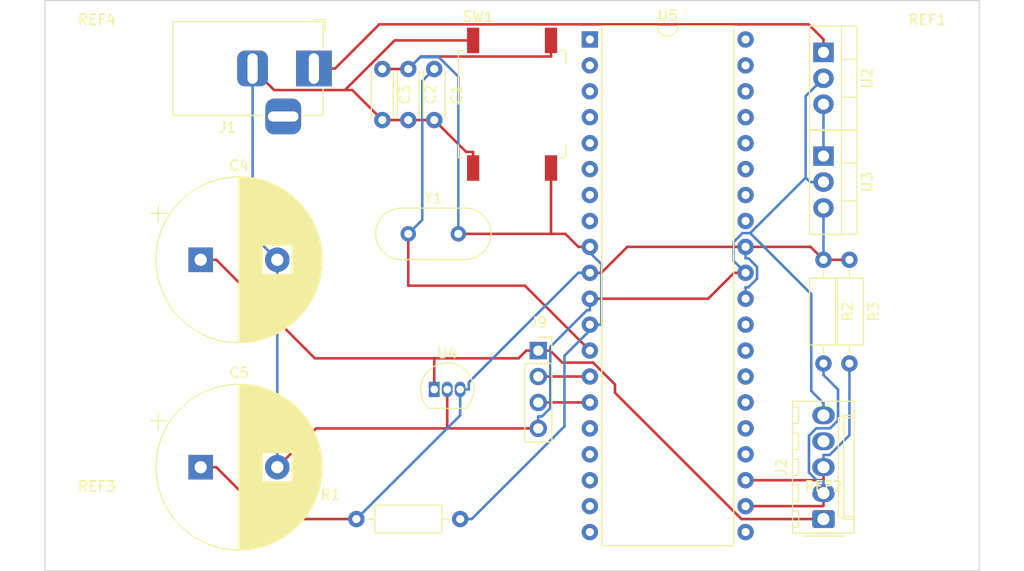
<source format=kicad_pcb>
(kicad_pcb (version 20211014) (generator pcbnew)
  (layers (0 "F.Cu" signal) (31 "B.Cu" signal) (34 "B.Paste" user) (35 "F.Paste" user) (36 "B.SilkS" user "B.Silkscreen") (37 "F.SilkS" user "F.Silkscreen") (38 "B.Mask" user) (39 "F.Mask" user) (44 "Edge.Cuts" user))
  (net 0 "")
  (net 1 "Net-(C1-Pad1)")
  (net 2 "/Atmega32/GND")
  (net 3 "Net-(C2-Pad1)")
  (net 4 "/Power Supply/3.3V")
  (net 5 "/Atmega32/5V")
  (net 6 "/Power Supply/12V")
  (net 7 "/Atmega32/SCL")
  (net 8 "/Atmega32/SDA")
  (net 10 "/Atmega32/Rx")
  (net 11 "/Atmega32/Tx")
  (net 12 "Net-(U2-Pad3)")
  (net 13 "/Atmega32/B0")
  (net 14 "/Atmega32/CE")
  (net 15 "/Atmega32/IRQ")
  (net 16 "/Atmega32/B3")
  (net 17 "/Atmega32/CSN")
  (net 18 "/Atmega32/MOSI")
  (net 19 "/Atmega32/MISO")
  (net 20 "/Atmega32/SCK")
  (net 23 "/Atmega32/D4")
  (net 24 "/Atmega32/D5")
  (net 25 "/Atmega32/D6")
  (net 28 "/Atmega32/C3")
  (net 29 "/Atmega32/C4")
  (net 30 "/Atmega32/C5")
  (net 31 "/Atmega32/C6")
  (net 32 "/Atmega32/C7")
  (net 33 "/Atmega32/A7")
  (net 34 "/Atmega32/A6")
  (net 35 "/Atmega32/A5")
  (net 36 "/Atmega32/A4")
  (net 37 "/Atmega32/A3")
  (net 38 "/Atmega32/A2")
  (net 39 "/Atmega32/A1")
  (net 40 "/Atmega32/A0")
  (footprint "Capacitor_THT:C_Disc_D4.3mm_W1.9mm_P5.00mm" (layer "F.Cu") (at 101.6 67.67 -90)
    (fp_text reference "C3" (at 2.5 -2.2 90) (layer "F.SilkS"))
    (fp_text value "10uF")
    (pad "1" thru_hole circle (at 0 0 270) (size 1.6 1.6) (drill 0.8) (layers *.Cu *.Mask) (net 3 "Net-(C2-Pad1)"))
    (pad "2" thru_hole circle (at 5 0 270) (size 1.6 1.6) (drill 0.8) (layers *.Cu *.Mask) (net 2 "/Atmega32/GND"))
  )
  (footprint "MountingHole:MountingHole_2.2mm_M2" (layer "F.Cu") (at 154.94 66.04)
    (fp_text reference "REF1" (at 0 -3.2) (layer "F.SilkS"))
    (fp_text value "MountingHole_2.2mm_M2")
    (pad "" np_thru_hole circle (at 0 0) (size 2.2 2.2) (drill 2.2) (layers *.Cu *.Mask))
  )
  (footprint "Package_TO_SOT_THT:TO-220-3_Vertical" (layer "F.Cu") (at 144.78 66.04 -90)
    (fp_text reference "U2" (at 2.54 -4.27 90) (layer "F.SilkS"))
    (fp_text value "L7809")
    (pad "1" thru_hole rect (at 0 0 270) (size 1.905 2) (drill 1.1) (layers *.Cu *.Mask) (net 6 "/Power Supply/12V"))
    (pad "2" thru_hole oval (at 2.54 0 270) (size 1.905 2) (drill 1.1) (layers *.Cu *.Mask) (net 2 "/Atmega32/GND"))
    (pad "3" thru_hole oval (at 5.08 0 270) (size 1.905 2) (drill 1.1) (layers *.Cu *.Mask) (net 12 "Net-(U2-Pad3)"))
  )
  (footprint "MountingHole:MountingHole_2.2mm_M2" (layer "F.Cu") (at 73.66 111.76)
    (fp_text reference "REF3" (at 0 -3.2) (layer "F.SilkS"))
    (fp_text value "MountingHole_2.2mm_M2")
    (pad "" np_thru_hole circle (at 0 0) (size 2.2 2.2) (drill 2.2) (layers *.Cu *.Mask))
  )
  (footprint "Package_TO_SOT_THT:TO-92_Inline" (layer "F.Cu") (at 106.68 99.06)
    (fp_text reference "U4" (at 1.27 -3.56) (layer "F.SilkS"))
    (fp_text value "L78L33_TO92")
    (pad "1" thru_hole rect (at 0 0) (size 1.05 1.5) (drill 0.75) (layers *.Cu *.Mask) (net 4 "/Power Supply/3.3V"))
    (pad "2" thru_hole oval (at 1.27 0) (size 1.05 1.5) (drill 0.75) (layers *.Cu *.Mask) (net 2 "/Atmega32/GND"))
    (pad "3" thru_hole oval (at 2.54 0) (size 1.05 1.5) (drill 0.75) (layers *.Cu *.Mask) (net 5 "/Atmega32/5V"))
  )
  (footprint "Resistor_THT:R_Axial_DIN0207_L6.3mm_D2.5mm_P10.16mm_Horizontal" (layer "F.Cu") (at 147.32 86.36 -90)
    (fp_text reference "R3" (at 5.08 -2.37 90) (layer "F.SilkS"))
    (fp_text value "4.7k")
    (pad "1" thru_hole circle (at 0 0 270) (size 1.6 1.6) (drill 0.8) (layers *.Cu *.Mask) (net 5 "/Atmega32/5V"))
    (pad "2" thru_hole oval (at 10.16 0 270) (size 1.6 1.6) (drill 0.8) (layers *.Cu *.Mask) (net 8 "/Atmega32/SDA"))
  )
  (footprint "MountingHole:MountingHole_2.2mm_M2" (layer "F.Cu") (at 154.94 111.76)
    (fp_text reference "REF2" (at -10.16 -3.2) (layer "F.SilkS"))
    (fp_text value "MountingHole_2.2mm_M2")
    (pad "" np_thru_hole circle (at 0 0) (size 2.2 2.2) (drill 2.2) (layers *.Cu *.Mask))
  )
  (footprint "Capacitor_THT:CP_Radial_D16.0mm_P7.50mm" (layer "F.Cu") (at 83.82 106.68)
    (fp_text reference "C5" (at 3.75 -9.25) (layer "F.SilkS"))
    (fp_text value "470uF")
    (pad "1" thru_hole rect (at 0 0) (size 2.4 2.4) (drill 1.2) (layers *.Cu *.Mask) (net 5 "/Atmega32/5V"))
    (pad "2" thru_hole circle (at 7.5 0) (size 2.4 2.4) (drill 1.2) (layers *.Cu *.Mask) (net 2 "/Atmega32/GND"))
  )
  (footprint "Resistor_THT:R_Axial_DIN0207_L6.3mm_D2.5mm_P10.16mm_Horizontal" (layer "F.Cu") (at 144.78 86.36 -90)
    (fp_text reference "R2" (at 5.08 -2.37 90) (layer "F.SilkS"))
    (fp_text value "4.7k")
    (pad "1" thru_hole circle (at 0 0 270) (size 1.6 1.6) (drill 0.8) (layers *.Cu *.Mask) (net 5 "/Atmega32/5V"))
    (pad "2" thru_hole oval (at 10.16 0 270) (size 1.6 1.6) (drill 0.8) (layers *.Cu *.Mask) (net 7 "/Atmega32/SCL"))
  )
  (footprint "MountingHole:MountingHole_2.2mm_M2" (layer "F.Cu") (at 73.66 66.04)
    (fp_text reference "REF4" (at 0 -3.2) (layer "F.SilkS"))
    (fp_text value "MountingHole_2.2mm_M2")
    (pad "" np_thru_hole circle (at 0 0) (size 2.2 2.2) (drill 2.2) (layers *.Cu *.Mask))
  )
  (footprint "Connector_PinSocket_2.54mm:PinSocket_1x04_P2.54mm_Vertical" (layer "F.Cu") (at 116.865 95.26)
    (fp_text reference "J9" (at 0 -2.77) (layer "F.SilkS"))
    (fp_text value "GPS Module")
    (pad "1" thru_hole rect (at 0 0) (size 1.7 1.7) (drill 1) (layers *.Cu *.Mask) (net 4 "/Power Supply/3.3V"))
    (pad "2" thru_hole oval (at 0 2.54) (size 1.7 1.7) (drill 1) (layers *.Cu *.Mask) (net 10 "/Atmega32/Rx"))
    (pad "3" thru_hole oval (at 0 5.08) (size 1.7 1.7) (drill 1) (layers *.Cu *.Mask) (net 11 "/Atmega32/Tx"))
    (pad "4" thru_hole oval (at 0 7.62) (size 1.7 1.7) (drill 1) (layers *.Cu *.Mask) (net 2 "/Atmega32/GND"))
  )
  (footprint "Button_Switch_SMD:SW_MEC_5GSH9" (layer "F.Cu") (at 114.3 71.12)
    (fp_text reference "SW1" (at -3.325 -8.575 180) (layer "F.SilkS"))
    (fp_text value "Reset Button")
    (pad "1" smd rect (at -3.81 -6.25 90) (size 2.5 1.2) (layers "F.Cu" "F.Paste" "F.Mask") (net 2 "/Atmega32/GND"))
    (pad "2" smd rect (at -3.81 6.25 90) (size 2.5 1.2) (layers "F.Cu" "F.Paste" "F.Mask") (net 2 "/Atmega32/GND"))
    (pad "3" smd rect (at 3.81 -6.25 90) (size 2.5 1.2) (layers "F.Cu" "F.Paste" "F.Mask") (net 3 "Net-(C2-Pad1)"))
    (pad "4" smd rect (at 3.81 6.25 90) (size 2.5 1.2) (layers "F.Cu" "F.Paste" "F.Mask") (net 3 "Net-(C2-Pad1)"))
  )
  (footprint "Connector_Molex:Molex_KK-254_AE-6410-05A_1x05_P2.54mm_Vertical" (layer "F.Cu") (at 144.78 111.76 90)
    (fp_text reference "J2" (at 5.08 -4.12 90) (layer "F.SilkS"))
    (fp_text value "HMC5883L")
    (pad "1" thru_hole roundrect (at 0 0 90) (size 1.74 2.19) (drill 1.19) (layers *.Cu *.Mask) (roundrect_rratio 0.1436781609) (net 4 "/Power Supply/3.3V"))
    (pad "2" thru_hole oval (at 2.54 0 90) (size 1.74 2.19) (drill 1.19) (layers *.Cu *.Mask) (net 7 "/Atmega32/SCL"))
    (pad "3" thru_hole oval (at 5.08 0 90) (size 1.74 2.19) (drill 1.19) (layers *.Cu *.Mask) (net 8 "/Atmega32/SDA"))
    (pad "4" thru_hole oval (at 7.62 0 90) (size 1.74 2.19) (drill 1.19) (layers *.Cu *.Mask))
    (pad "5" thru_hole oval (at 10.16 0 90) (size 1.74 2.19) (drill 1.19) (layers *.Cu *.Mask) (net 2 "/Atmega32/GND"))
  )
  (footprint "Package_DIP:DIP-40_W15.24mm" (layer "F.Cu") (at 121.915 64.775)
    (fp_text reference "U5" (at 7.62 -2.33) (layer "F.SilkS"))
    (fp_text value "ATmega32-16P")
    (pad "1" thru_hole rect (at 0 0) (size 1.6 1.6) (drill 0.8) (layers *.Cu *.Mask) (net 13 "/Atmega32/B0"))
    (pad "2" thru_hole oval (at 0 2.54) (size 1.6 1.6) (drill 0.8) (layers *.Cu *.Mask) (net 14 "/Atmega32/CE"))
    (pad "3" thru_hole oval (at 0 5.08) (size 1.6 1.6) (drill 0.8) (layers *.Cu *.Mask) (net 15 "/Atmega32/IRQ"))
    (pad "4" thru_hole oval (at 0 7.62) (size 1.6 1.6) (drill 0.8) (layers *.Cu *.Mask) (net 16 "/Atmega32/B3"))
    (pad "5" thru_hole oval (at 0 10.16) (size 1.6 1.6) (drill 0.8) (layers *.Cu *.Mask) (net 17 "/Atmega32/CSN"))
    (pad "6" thru_hole oval (at 0 12.7) (size 1.6 1.6) (drill 0.8) (layers *.Cu *.Mask) (net 18 "/Atmega32/MOSI"))
    (pad "7" thru_hole oval (at 0 15.24) (size 1.6 1.6) (drill 0.8) (layers *.Cu *.Mask) (net 19 "/Atmega32/MISO"))
    (pad "8" thru_hole oval (at 0 17.78) (size 1.6 1.6) (drill 0.8) (layers *.Cu *.Mask) (net 20 "/Atmega32/SCK"))
    (pad "9" thru_hole oval (at 0 20.32) (size 1.6 1.6) (drill 0.8) (layers *.Cu *.Mask) (net 3 "Net-(C2-Pad1)"))
    (pad "10" thru_hole oval (at 0 22.86) (size 1.6 1.6) (drill 0.8) (layers *.Cu *.Mask) (net 5 "/Atmega32/5V"))
    (pad "11" thru_hole oval (at 0 25.4) (size 1.6 1.6) (drill 0.8) (layers *.Cu *.Mask) (net 2 "/Atmega32/GND"))
    (pad "12" thru_hole oval (at 0 27.94) (size 1.6 1.6) (drill 0.8) (layers *.Cu *.Mask) (net 3 "Net-(C2-Pad1)"))
    (pad "13" thru_hole oval (at 0 30.48) (size 1.6 1.6) (drill 0.8) (layers *.Cu *.Mask) (net 1 "Net-(C1-Pad1)"))
    (pad "14" thru_hole oval (at 0 33.02) (size 1.6 1.6) (drill 0.8) (layers *.Cu *.Mask) (net 10 "/Atmega32/Rx"))
    (pad "15" thru_hole oval (at 0 35.56) (size 1.6 1.6) (drill 0.8) (layers *.Cu *.Mask) (net 11 "/Atmega32/Tx"))
    (pad "16" thru_hole oval (at 0 38.1) (size 1.6 1.6) (drill 0.8) (layers *.Cu *.Mask))
    (pad "17" thru_hole oval (at 0 40.64) (size 1.6 1.6) (drill 0.8) (layers *.Cu *.Mask))
    (pad "18" thru_hole oval (at 0 43.18) (size 1.6 1.6) (drill 0.8) (layers *.Cu *.Mask) (net 23 "/Atmega32/D4"))
    (pad "19" thru_hole oval (at 0 45.72) (size 1.6 1.6) (drill 0.8) (layers *.Cu *.Mask) (net 24 "/Atmega32/D5"))
    (pad "20" thru_hole oval (at 0 48.26) (size 1.6 1.6) (drill 0.8) (layers *.Cu *.Mask) (net 25 "/Atmega32/D6"))
    (pad "21" thru_hole oval (at 15.24 48.26) (size 1.6 1.6) (drill 0.8) (layers *.Cu *.Mask))
    (pad "22" thru_hole oval (at 15.24 45.72) (size 1.6 1.6) (drill 0.8) (layers *.Cu *.Mask) (net 7 "/Atmega32/SCL"))
    (pad "23" thru_hole oval (at 15.24 43.18) (size 1.6 1.6) (drill 0.8) (layers *.Cu *.Mask) (net 8 "/Atmega32/SDA"))
    (pad "24" thru_hole oval (at 15.24 40.64) (size 1.6 1.6) (drill 0.8) (layers *.Cu *.Mask))
    (pad "25" thru_hole oval (at 15.24 38.1) (size 1.6 1.6) (drill 0.8) (layers *.Cu *.Mask) (net 28 "/Atmega32/C3"))
    (pad "26" thru_hole oval (at 15.24 35.56) (size 1.6 1.6) (drill 0.8) (layers *.Cu *.Mask) (net 29 "/Atmega32/C4"))
    (pad "27" thru_hole oval (at 15.24 33.02) (size 1.6 1.6) (drill 0.8) (layers *.Cu *.Mask) (net 30 "/Atmega32/C5"))
    (pad "28" thru_hole oval (at 15.24 30.48) (size 1.6 1.6) (drill 0.8) (layers *.Cu *.Mask) (net 31 "/Atmega32/C6"))
    (pad "29" thru_hole oval (at 15.24 27.94) (size 1.6 1.6) (drill 0.8) (layers *.Cu *.Mask) (net 32 "/Atmega32/C7"))
    (pad "30" thru_hole oval (at 15.24 25.4) (size 1.6 1.6) (drill 0.8) (layers *.Cu *.Mask) (net 5 "/Atmega32/5V"))
    (pad "31" thru_hole oval (at 15.24 22.86) (size 1.6 1.6) (drill 0.8) (layers *.Cu *.Mask) (net 2 "/Atmega32/GND"))
    (pad "32" thru_hole oval (at 15.24 20.32) (size 1.6 1.6) (drill 0.8) (layers *.Cu *.Mask) (net 5 "/Atmega32/5V"))
    (pad "33" thru_hole oval (at 15.24 17.78) (size 1.6 1.6) (drill 0.8) (layers *.Cu *.Mask) (net 33 "/Atmega32/A7"))
    (pad "34" thru_hole oval (at 15.24 15.24) (size 1.6 1.6) (drill 0.8) (layers *.Cu *.Mask) (net 34 "/Atmega32/A6"))
    (pad "35" thru_hole oval (at 15.24 12.7) (size 1.6 1.6) (drill 0.8) (layers *.Cu *.Mask) (net 35 "/Atmega32/A5"))
    (pad "36" thru_hole oval (at 15.24 10.16) (size 1.6 1.6) (drill 0.8) (layers *.Cu *.Mask) (net 36 "/Atmega32/A4"))
    (pad "37" thru_hole oval (at 15.24 7.62) (size 1.6 1.6) (drill 0.8) (layers *.Cu *.Mask) (net 37 "/Atmega32/A3"))
    (pad "38" thru_hole oval (at 15.24 5.08) (size 1.6 1.6) (drill 0.8) (layers *.Cu *.Mask) (net 38 "/Atmega32/A2"))
    (pad "39" thru_hole oval (at 15.24 2.54) (size 1.6 1.6) (drill 0.8) (layers *.Cu *.Mask) (net 39 "/Atmega32/A1"))
    (pad "40" thru_hole oval (at 15.24 0) (size 1.6 1.6) (drill 0.8) (layers *.Cu *.Mask) (net 40 "/Atmega32/A0"))
  )
  (footprint "Capacitor_THT:CP_Radial_D16.0mm_P7.50mm" (layer "F.Cu") (at 83.82 86.36)
    (fp_text reference "C4" (at 3.75 -9.25) (layer "F.SilkS"))
    (fp_text value "470uF")
    (pad "1" thru_hole rect (at 0 0) (size 2.4 2.4) (drill 1.2) (layers *.Cu *.Mask) (net 4 "/Power Supply/3.3V"))
    (pad "2" thru_hole circle (at 7.5 0) (size 2.4 2.4) (drill 1.2) (layers *.Cu *.Mask) (net 2 "/Atmega32/GND"))
  )
  (footprint "Package_TO_SOT_THT:TO-220-3_Vertical" (layer "F.Cu") (at 144.78 76.2 -90)
    (fp_text reference "U3" (at 2.54 -4.27 90) (layer "F.SilkS"))
    (fp_text value "L7805")
    (pad "1" thru_hole rect (at 0 0 270) (size 1.905 2) (drill 1.1) (layers *.Cu *.Mask) (net 12 "Net-(U2-Pad3)"))
    (pad "2" thru_hole oval (at 2.54 0 270) (size 1.905 2) (drill 1.1) (layers *.Cu *.Mask) (net 2 "/Atmega32/GND"))
    (pad "3" thru_hole oval (at 5.08 0 270) (size 1.905 2) (drill 1.1) (layers *.Cu *.Mask) (net 5 "/Atmega32/5V"))
  )
  (footprint "Resistor_THT:R_Axial_DIN0207_L6.3mm_D2.5mm_P10.16mm_Horizontal" (layer "F.Cu") (at 99.06 111.76)
    (fp_text reference "R1" (at -2.54 -2.37) (layer "F.SilkS"))
    (fp_text value "10k")
    (pad "1" thru_hole circle (at 0 0) (size 1.6 1.6) (drill 0.8) (layers *.Cu *.Mask) (net 5 "/Atmega32/5V"))
    (pad "2" thru_hole oval (at 10.16 0) (size 1.6 1.6) (drill 0.8) (layers *.Cu *.Mask) (net 3 "Net-(C2-Pad1)"))
  )
  (footprint "Connector_BarrelJack:BarrelJack_Horizontal" (layer "F.Cu") (at 94.9 67.6225)
    (fp_text reference "J1" (at -8.45 5.75) (layer "F.SilkS"))
    (fp_text value "Barrel_Jack")
    (pad "1" thru_hole rect (at 0 0) (size 3.5 3.5) (drill oval 1 3) (layers *.Cu *.Mask) (net 6 "/Power Supply/12V"))
    (pad "2" thru_hole roundrect (at -6 0) (size 3 3.5) (drill oval 1 3) (layers *.Cu *.Mask) (net 2 "/Atmega32/GND"))
    (pad "3" thru_hole roundrect (at -3 4.7) (size 3.5 3.5) (drill oval 3 1) (layers *.Cu *.Mask))
  )
  (footprint "Capacitor_THT:C_Disc_D4.3mm_W1.9mm_P5.00mm" (layer "F.Cu") (at 104.14 67.67 -90)
    (fp_text reference "C2" (at 2.5 -2.2 90) (layer "F.SilkS"))
    (fp_text value "22pF")
    (pad "1" thru_hole circle (at 0 0 270) (size 1.6 1.6) (drill 0.8) (layers *.Cu *.Mask) (net 3 "Net-(C2-Pad1)"))
    (pad "2" thru_hole circle (at 5 0 270) (size 1.6 1.6) (drill 0.8) (layers *.Cu *.Mask) (net 2 "/Atmega32/GND"))
  )
  (footprint "Crystal:Crystal_HC18-U_Vertical" (layer "F.Cu") (at 104.14 83.82)
    (fp_text reference "Y1" (at 2.45 -3.525) (layer "F.SilkS"))
    (fp_text value "Crystal")
    (pad "1" thru_hole circle (at 0 0) (size 1.5 1.5) (drill 0.8) (layers *.Cu *.Mask) (net 1 "Net-(C1-Pad1)"))
    (pad "2" thru_hole circle (at 4.9 0) (size 1.5 1.5) (drill 0.8) (layers *.Cu *.Mask) (net 3 "Net-(C2-Pad1)"))
  )
  (footprint "Capacitor_THT:C_Disc_D4.3mm_W1.9mm_P5.00mm" (layer "F.Cu") (at 106.68 67.67 -90)
    (fp_text reference "C1" (at 2.5 -2.2 90) (layer "F.SilkS"))
    (fp_text value "22pF")
    (pad "1" thru_hole circle (at 0 0 270) (size 1.6 1.6) (drill 0.8) (layers *.Cu *.Mask) (net 1 "Net-(C1-Pad1)"))
    (pad "2" thru_hole circle (at 5 0 270) (size 1.6 1.6) (drill 0.8) (layers *.Cu *.Mask) (net 2 "/Atmega32/GND"))
  )
  (gr_line (start 68.58 60.96) (end 68.58 116.84) (layer "Edge.Cuts") (width 0.1))
  (gr_line (start 68.58 116.84) (end 160.02 116.84) (layer "Edge.Cuts") (width 0.1))
  (gr_line (start 160.02 116.84) (end 160.02 60.96) (layer "Edge.Cuts") (width 0.1))
  (gr_line (start 68.58 116.84) (end 160.02 116.84) (layer "Edge.Cuts") (width 0.1))
  (gr_line (start 160.02 60.96) (end 68.58 60.96) (layer "Edge.Cuts") (width 0.1))
  (segment (start 104.14 88.9) (end 104.14 83.82) (width 0.25) (layer "F.Cu") (net 1))
  (segment (start 121.915 95.255) (end 115.56 88.9) (width 0.25) (layer "F.Cu") (net 1))
  (segment (start 115.56 88.9) (end 104.14 88.9) (width 0.25) (layer "F.Cu") (net 1))
  (segment (start 106.68 67.67) (end 105.5097 68.8403) (width 0.25) (layer "B.Cu") (net 1))
  (segment (start 105.5097 68.8403) (end 105.5097 82.4503) (width 0.25) (layer "B.Cu") (net 1))
  (segment (start 105.5097 82.4503) (end 104.14 83.82) (width 0.25) (layer "B.Cu") (net 1))
  (segment (start 104.14 72.67) (end 101.6 72.67) (width 0.25) (layer "F.Cu") (net 2))
  (segment (start 107.95 99.06) (end 107.95 100.1353) (width 0.25) (layer "F.Cu") (net 2))
  (segment (start 137.155 87.635) (end 136.0297 87.635) (width 0.25) (layer "F.Cu") (net 2))
  (segment (start 116.865 102.88) (end 107.95 102.88) (width 0.25) (layer "F.Cu") (net 2))
  (segment (start 109.8047 75.7947) (end 110.49 75.7947) (width 0.25) (layer "F.Cu") (net 2))
  (segment (start 95.12 102.88) (end 91.32 106.68) (width 0.25) (layer "F.Cu") (net 2))
  (segment (start 136.0297 87.635) (end 133.4897 90.175) (width 0.25) (layer "F.Cu") (net 2))
  (segment (start 110.49 77.37) (end 110.49 75.7947) (width 0.25) (layer "F.Cu") (net 2))
  (segment (start 104.14 72.67) (end 106.68 72.67) (width 0.25) (layer "F.Cu") (net 2))
  (segment (start 133.4897 90.175) (end 121.915 90.175) (width 0.25) (layer "F.Cu") (net 2))
  (segment (start 106.68 72.67) (end 109.8047 75.7947) (width 0.25) (layer "F.Cu") (net 2))
  (segment (start 107.95 102.88) (end 95.12 102.88) (width 0.25) (layer "F.Cu") (net 2))
  (segment (start 97.9376 69.7355) (end 91.013 69.7355) (width 0.25) (layer "F.Cu") (net 2))
  (segment (start 98.3016 69.3715) (end 97.9376 69.7355) (width 0.25) (layer "F.Cu") (net 2))
  (segment (start 91.013 69.7355) (end 88.9 67.6225) (width 0.25) (layer "F.Cu") (net 2))
  (segment (start 98.3016 69.3715) (end 102.8031 64.87) (width 0.25) (layer "F.Cu") (net 2))
  (segment (start 102.8031 64.87) (end 110.49 64.87) (width 0.25) (layer "F.Cu") (net 2))
  (segment (start 98.6655 69.7355) (end 101.6 72.67) (width 0.25) (layer "F.Cu") (net 2))
  (segment (start 97.9376 69.7355) (end 98.6655 69.7355) (width 0.25) (layer "F.Cu") (net 2))
  (segment (start 107.95 102.88) (end 107.95 100.1353) (width 0.25) (layer "F.Cu") (net 2))
  (segment (start 118.0403 100.8968) (end 117.2324 101.7047) (width 0.25) (layer "B.Cu") (net 2))
  (segment (start 135.9902 84.6114) (end 136.855 83.7466) (width 0.25) (layer "B.Cu") (net 2))
  (segment (start 135.9902 86.4702) (end 135.9902 84.6114) (width 0.25) (layer "B.Cu") (net 2))
  (segment (start 91.32 106.68) (end 91.32 86.36) (width 0.25) (layer "B.Cu") (net 2))
  (segment (start 88.9 67.6225) (end 88.9 83.94) (width 0.25) (layer "B.Cu") (net 2))
  (segment (start 143.0341 78.3194) (end 143.0341 70.3259) (width 0.25) (layer "B.Cu") (net 2))
  (segment (start 144.78 100.4047) (end 143.5847 99.2094) (width 0.25) (layer "B.Cu") (net 2))
  (segment (start 118.0403 94.8936) (end 118.0403 100.8968) (width 0.25) (layer "B.Cu") (net 2))
  (segment (start 144.78 78.74) (end 143.4547 78.74) (width 0.25) (layer "B.Cu") (net 2))
  (segment (start 143.4547 78.74) (end 143.0341 78.3194) (width 0.25) (layer "B.Cu") (net 2))
  (segment (start 143.5847 89.7244) (end 137.6069 83.7466) (width 0.25) (layer "B.Cu") (net 2))
  (segment (start 144.78 101.6) (end 144.78 100.4047) (width 0.25) (layer "B.Cu") (net 2))
  (segment (start 116.865 102.88) (end 116.865 101.7047) (width 0.25) (layer "B.Cu") (net 2))
  (segment (start 117.2324 101.7047) (end 116.865 101.7047) (width 0.25) (layer "B.Cu") (net 2))
  (segment (start 121.6336 91.3003) (end 118.0403 94.8936) (width 0.25) (layer "B.Cu") (net 2))
  (segment (start 136.855 83.7466) (end 137.6069 83.7466) (width 0.25) (layer "B.Cu") (net 2))
  (segment (start 88.9 83.94) (end 91.32 86.36) (width 0.25) (layer "B.Cu") (net 2))
  (segment (start 143.0341 70.3259) (end 144.78 68.58) (width 0.25) (layer "B.Cu") (net 2))
  (segment (start 121.915 90.175) (end 121.915 91.3003) (width 0.25) (layer "B.Cu") (net 2))
  (segment (start 121.915 91.3003) (end 121.6336 91.3003) (width 0.25) (layer "B.Cu") (net 2))
  (segment (start 143.5847 99.2094) (end 143.5847 89.7244) (width 0.25) (layer "B.Cu") (net 2))
  (segment (start 137.155 87.635) (end 135.9902 86.4702) (width 0.25) (layer "B.Cu") (net 2))
  (segment (start 137.6069 83.7466) (end 143.0341 78.3194) (width 0.25) (layer "B.Cu") (net 2))
  (segment (start 118.11 83.82) (end 118.11 77.37) (width 0.25) (layer "F.Cu") (net 3))
  (segment (start 121.915 85.095) (end 120.7897 85.095) (width 0.25) (layer "F.Cu") (net 3))
  (segment (start 104.14 67.67) (end 101.6 67.67) (width 0.25) (layer "F.Cu") (net 3))
  (segment (start 109.04 83.82) (end 118.11 83.82) (width 0.25) (layer "F.Cu") (net 3))
  (segment (start 119.5147 83.82) (end 120.7897 85.095) (width 0.25) (layer "F.Cu") (net 3))
  (segment (start 105.3647 66.4453) (end 104.14 67.67) (width 0.25) (layer "F.Cu") (net 3))
  (segment (start 118.11 64.87) (end 118.11 66.4453) (width 0.25) (layer "F.Cu") (net 3))
  (segment (start 118.11 66.4453) (end 105.3647 66.4453) (width 0.25) (layer "F.Cu") (net 3))
  (segment (start 118.11 83.82) (end 119.5147 83.82) (width 0.25) (layer "F.Cu") (net 3))
  (segment (start 105.2998 66.5102) (end 104.14 67.67) (width 0.25) (layer "B.Cu") (net 3))
  (segment (start 121.915 92.715) (end 122.4777 92.715) (width 0.25) (layer "B.Cu") (net 3))
  (segment (start 121.915 85.095) (end 121.915 85.6576) (width 0.25) (layer "B.Cu") (net 3))
  (segment (start 123.0403 86.7829) (end 123.0403 92.715) (width 0.25) (layer "B.Cu") (net 3))
  (segment (start 107.1315 66.5102) (end 105.2998 66.5102) (width 0.25) (layer "B.Cu") (net 3))
  (segment (start 121.915 85.6576) (end 123.0403 86.7829) (width 0.25) (layer "B.Cu") (net 3))
  (segment (start 109.04 68.4187) (end 107.1315 66.5102) (width 0.25) (layer "B.Cu") (net 3))
  (segment (start 109.22 111.76) (end 110.3453 111.76) (width 0.25) (layer "B.Cu") (net 3))
  (segment (start 119.4279 95.7648) (end 119.4279 102.6774) (width 0.25) (layer "B.Cu") (net 3))
  (segment (start 109.04 83.82) (end 109.04 68.4187) (width 0.25) (layer "B.Cu") (net 3))
  (segment (start 122.4777 92.715) (end 123.0403 92.715) (width 0.25) (layer "B.Cu") (net 3))
  (segment (start 119.4279 102.6774) (end 110.3453 111.76) (width 0.25) (layer "B.Cu") (net 3))
  (segment (start 122.4777 92.715) (end 119.4279 95.7648) (width 0.25) (layer "B.Cu") (net 3))
  (segment (start 119.2156 96.4353) (end 118.0403 95.26) (width 0.25) (layer "F.Cu") (net 4))
  (segment (start 85.3453 86.36) (end 94.9963 96.011) (width 0.25) (layer "F.Cu") (net 4))
  (segment (start 122.2301 96.4353) (end 119.2156 96.4353) (width 0.25) (layer "F.Cu") (net 4))
  (segment (start 117.4527 95.26) (end 116.865 95.26) (width 0.25) (layer "F.Cu") (net 4))
  (segment (start 117.4527 95.26) (end 118.0403 95.26) (width 0.25) (layer "F.Cu") (net 4))
  (segment (start 106.68 99.06) (end 106.68 97.9847) (width 0.25) (layer "F.Cu") (net 4))
  (segment (start 124.3748 99.3867) (end 124.3748 98.58) (width 0.25) (layer "F.Cu") (net 4))
  (segment (start 124.3748 98.58) (end 122.2301 96.4353) (width 0.25) (layer "F.Cu") (net 4))
  (segment (start 114.9387 96.011) (end 115.6897 95.26) (width 0.25) (layer "F.Cu") (net 4))
  (segment (start 136.7481 111.76) (end 124.3748 99.3867) (width 0.25) (layer "F.Cu") (net 4))
  (segment (start 106.68 96.011) (end 106.68 97.9847) (width 0.25) (layer "F.Cu") (net 4))
  (segment (start 116.865 95.26) (end 115.6897 95.26) (width 0.25) (layer "F.Cu") (net 4))
  (segment (start 106.68 96.011) (end 114.9387 96.011) (width 0.25) (layer "F.Cu") (net 4))
  (segment (start 83.82 86.36) (end 85.3453 86.36) (width 0.25) (layer "F.Cu") (net 4))
  (segment (start 144.78 111.76) (end 136.7481 111.76) (width 0.25) (layer "F.Cu") (net 4))
  (segment (start 94.9963 96.011) (end 106.68 96.011) (width 0.25) (layer "F.Cu") (net 4))
  (segment (start 90.4253 111.76) (end 85.3453 106.68) (width 0.25) (layer "F.Cu") (net 5))
  (segment (start 137.155 85.095) (end 143.515 85.095) (width 0.25) (layer "F.Cu") (net 5))
  (segment (start 99.06 111.76) (end 90.4253 111.76) (width 0.25) (layer "F.Cu") (net 5))
  (segment (start 143.515 85.095) (end 144.78 86.36) (width 0.25) (layer "F.Cu") (net 5))
  (segment (start 144.78 86.36) (end 147.32 86.36) (width 0.25) (layer "F.Cu") (net 5))
  (segment (start 122.2524 87.635) (end 123.0403 87.635) (width 0.25) (layer "F.Cu") (net 5))
  (segment (start 122.2524 87.635) (end 121.915 87.635) (width 0.25) (layer "F.Cu") (net 5))
  (segment (start 83.82 106.68) (end 85.3453 106.68) (width 0.25) (layer "F.Cu") (net 5))
  (segment (start 123.0403 87.635) (end 125.5803 85.095) (width 0.25) (layer "F.Cu") (net 5))
  (segment (start 125.5803 85.095) (end 137.155 85.095) (width 0.25) (layer "F.Cu") (net 5))
  (segment (start 144.78 81.28) (end 144.78 86.36) (width 0.25) (layer "B.Cu") (net 5))
  (segment (start 138.2803 87.0643) (end 138.2803 88.2058) (width 0.25) (layer "B.Cu") (net 5))
  (segment (start 138.2803 88.2058) (end 137.4364 89.0497) (width 0.25) (layer "B.Cu") (net 5))
  (segment (start 137.4363 86.2203) (end 138.2803 87.0643) (width 0.25) (layer "B.Cu") (net 5))
  (segment (start 137.155 85.095) (end 137.155 86.2203) (width 0.25) (layer "B.Cu") (net 5))
  (segment (start 99.06 111.76) (end 109.22 101.6) (width 0.25) (layer "B.Cu") (net 5))
  (segment (start 109.22 99.06) (end 110.0703 99.06) (width 0.25) (layer "B.Cu") (net 5))
  (segment (start 121.915 87.635) (end 120.7897 87.635) (width 0.25) (layer "B.Cu") (net 5))
  (segment (start 110.0703 99.06) (end 110.0703 98.3544) (width 0.25) (layer "B.Cu") (net 5))
  (segment (start 137.4364 89.0497) (end 137.155 89.0497) (width 0.25) (layer "B.Cu") (net 5))
  (segment (start 110.0703 98.3544) (end 120.7897 87.635) (width 0.25) (layer "B.Cu") (net 5))
  (segment (start 137.155 90.175) (end 137.155 89.0497) (width 0.25) (layer "B.Cu") (net 5))
  (segment (start 109.22 101.6) (end 109.22 99.06) (width 0.25) (layer "B.Cu") (net 5))
  (segment (start 137.155 86.2203) (end 137.4363 86.2203) (width 0.25) (layer "B.Cu") (net 5))
  (segment (start 144.78 64.7622) (end 143.3124 63.2946) (width 0.25) (layer "F.Cu") (net 6))
  (segment (start 144.78 66.04) (end 144.78 64.7622) (width 0.25) (layer "F.Cu") (net 6))
  (segment (start 94.9 67.6225) (end 96.9753 67.6225) (width 0.25) (layer "F.Cu") (net 6))
  (segment (start 143.3124 63.2946) (end 101.3032 63.2946) (width 0.25) (layer "F.Cu") (net 6))
  (segment (start 101.3032 63.2946) (end 96.9753 67.6225) (width 0.25) (layer "F.Cu") (net 6))
  (segment (start 137.155 110.495) (end 144.7003 110.495) (width 0.25) (layer "F.Cu") (net 7))
  (segment (start 144.7003 110.495) (end 144.78 110.4153) (width 0.25) (layer "F.Cu") (net 7))
  (segment (start 144.78 109.22) (end 144.78 110.4153) (width 0.25) (layer "F.Cu") (net 7))
  (segment (start 143.3596 103.588) (end 144.0776 102.87) (width 0.25) (layer "B.Cu") (net 7))
  (segment (start 145.4301 102.87) (end 146.2054 102.0947) (width 0.25) (layer "B.Cu") (net 7))
  (segment (start 144.78 96.52) (end 144.78 97.6453) (width 0.25) (layer "B.Cu") (net 7))
  (segment (start 144.0776 102.87) (end 145.4301 102.87) (width 0.25) (layer "B.Cu") (net 7))
  (segment (start 146.2054 99.0707) (end 144.78 97.6453) (width 0.25) (layer "B.Cu") (net 7))
  (segment (start 144.78 108.0247) (end 144.1823 108.0247) (width 0.25) (layer "B.Cu") (net 7))
  (segment (start 144.78 109.22) (end 144.78 108.0247) (width 0.25) (layer "B.Cu") (net 7))
  (segment (start 144.1823 108.0247) (end 143.3596 107.202) (width 0.25) (layer "B.Cu") (net 7))
  (segment (start 143.3596 107.202) (end 143.3596 103.588) (width 0.25) (layer "B.Cu") (net 7))
  (segment (start 146.2054 102.0947) (end 146.2054 99.0707) (width 0.25) (layer "B.Cu") (net 7))
  (segment (start 144.7003 107.955) (end 144.78 107.8753) (width 0.25) (layer "F.Cu") (net 8))
  (segment (start 137.155 107.955) (end 144.7003 107.955) (width 0.25) (layer "F.Cu") (net 8))
  (segment (start 144.78 106.68) (end 144.78 107.8753) (width 0.25) (layer "F.Cu") (net 8))
  (segment (start 145.3776 105.4847) (end 147.32 103.5423) (width 0.25) (layer "B.Cu") (net 8))
  (segment (start 144.78 106.68) (end 144.78 105.4847) (width 0.25) (layer "B.Cu") (net 8))
  (segment (start 144.78 105.4847) (end 145.3776 105.4847) (width 0.25) (layer "B.Cu") (net 8))
  (segment (start 147.32 103.5423) (end 147.32 96.52) (width 0.25) (layer "B.Cu") (net 8))
  (segment (start 116.865 97.8) (end 118.0403 97.8) (width 0.25) (layer "F.Cu") (net 10))
  (segment (start 118.0453 97.795) (end 118.0403 97.8) (width 0.25) (layer "F.Cu") (net 10))
  (segment (start 121.915 97.795) (end 118.0453 97.795) (width 0.25) (layer "F.Cu") (net 10))
  (segment (start 116.865 100.34) (end 118.0403 100.34) (width 0.25) (layer "F.Cu") (net 11))
  (segment (start 118.0453 100.335) (end 118.0403 100.34) (width 0.25) (layer "F.Cu") (net 11))
  (segment (start 121.915 100.335) (end 118.0453 100.335) (width 0.25) (layer "F.Cu") (net 11))
  (segment (start 144.78 76.2) (end 144.78 71.12) (width 0.25) (layer "B.Cu") (net 12))
)
</source>
